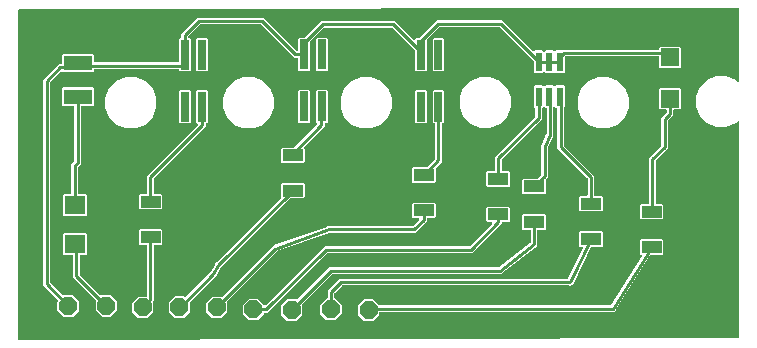
<source format=gbr>
G04 EAGLE Gerber RS-274X export*
G75*
%MOMM*%
%FSLAX34Y34*%
%LPD*%
%INTop Copper*%
%IPPOS*%
%AMOC8*
5,1,8,0,0,1.08239X$1,22.5*%
G01*
%ADD10P,1.649562X8X22.500000*%
%ADD11R,2.400000X1.250000*%
%ADD12R,1.700000X1.500000*%
%ADD13R,1.700000X1.000000*%
%ADD14R,1.500000X1.500000*%
%ADD15R,0.500000X1.600000*%
%ADD16R,0.700000X2.500000*%
%ADD17C,0.254000*%
%ADD18C,0.756400*%

G36*
X600079Y11242D02*
X600079Y11242D01*
X600098Y11245D01*
X600117Y11243D01*
X600219Y11265D01*
X600322Y11282D01*
X600339Y11291D01*
X600358Y11295D01*
X600447Y11348D01*
X600539Y11397D01*
X600552Y11411D01*
X600569Y11421D01*
X600637Y11500D01*
X600708Y11576D01*
X600716Y11593D01*
X600729Y11608D01*
X600768Y11705D01*
X600811Y11799D01*
X600814Y11818D01*
X600821Y11836D01*
X600839Y12003D01*
X600839Y194569D01*
X600828Y194639D01*
X600826Y194711D01*
X600808Y194760D01*
X600800Y194811D01*
X600766Y194875D01*
X600741Y194942D01*
X600709Y194983D01*
X600684Y195029D01*
X600632Y195078D01*
X600588Y195134D01*
X600544Y195162D01*
X600506Y195198D01*
X600441Y195228D01*
X600381Y195267D01*
X600330Y195280D01*
X600283Y195302D01*
X600212Y195310D01*
X600142Y195327D01*
X600090Y195323D01*
X600039Y195329D01*
X599968Y195314D01*
X599897Y195308D01*
X599849Y195288D01*
X599798Y195277D01*
X599737Y195240D01*
X599671Y195212D01*
X599615Y195167D01*
X599587Y195150D01*
X599572Y195133D01*
X599540Y195107D01*
X597870Y193437D01*
X589909Y190139D01*
X581291Y190139D01*
X573330Y193437D01*
X567237Y199530D01*
X563939Y207491D01*
X563939Y216109D01*
X567237Y224070D01*
X573330Y230163D01*
X581291Y233461D01*
X589909Y233461D01*
X597870Y230163D01*
X599540Y228493D01*
X599598Y228451D01*
X599650Y228402D01*
X599697Y228380D01*
X599739Y228350D01*
X599808Y228329D01*
X599873Y228298D01*
X599925Y228293D01*
X599975Y228277D01*
X600046Y228279D01*
X600117Y228271D01*
X600168Y228282D01*
X600220Y228284D01*
X600288Y228308D01*
X600358Y228323D01*
X600403Y228350D01*
X600451Y228368D01*
X600507Y228413D01*
X600569Y228450D01*
X600603Y228489D01*
X600643Y228522D01*
X600682Y228582D01*
X600729Y228637D01*
X600748Y228685D01*
X600776Y228729D01*
X600794Y228798D01*
X600821Y228865D01*
X600829Y228936D01*
X600837Y228967D01*
X600835Y228991D01*
X600839Y229031D01*
X600839Y290159D01*
X600836Y290179D01*
X600838Y290200D01*
X600816Y290300D01*
X600800Y290402D01*
X600790Y290420D01*
X600785Y290440D01*
X600732Y290529D01*
X600684Y290619D01*
X600670Y290633D01*
X600659Y290651D01*
X600581Y290718D01*
X600506Y290788D01*
X600487Y290797D01*
X600472Y290811D01*
X600376Y290849D01*
X600283Y290892D01*
X600263Y290894D01*
X600243Y290902D01*
X600077Y290920D01*
X-9079Y289858D01*
X-9098Y289855D01*
X-9117Y289857D01*
X-9219Y289835D01*
X-9322Y289818D01*
X-9339Y289809D01*
X-9358Y289805D01*
X-9447Y289752D01*
X-9539Y289703D01*
X-9552Y289689D01*
X-9569Y289679D01*
X-9637Y289600D01*
X-9708Y289524D01*
X-9716Y289507D01*
X-9729Y289492D01*
X-9768Y289395D01*
X-9811Y289301D01*
X-9814Y289282D01*
X-9821Y289264D01*
X-9839Y289097D01*
X-9839Y10941D01*
X-9836Y10921D01*
X-9838Y10900D01*
X-9816Y10800D01*
X-9800Y10698D01*
X-9790Y10680D01*
X-9785Y10660D01*
X-9732Y10571D01*
X-9684Y10481D01*
X-9670Y10467D01*
X-9659Y10449D01*
X-9581Y10382D01*
X-9506Y10312D01*
X-9487Y10303D01*
X-9472Y10289D01*
X-9376Y10251D01*
X-9283Y10208D01*
X-9263Y10206D01*
X-9243Y10198D01*
X-9077Y10180D01*
X600079Y11242D01*
G37*
%LPC*%
G36*
X28812Y29355D02*
X28812Y29355D01*
X23455Y34712D01*
X23455Y42288D01*
X23883Y42716D01*
X23895Y42732D01*
X23910Y42744D01*
X23966Y42832D01*
X24027Y42916D01*
X24033Y42935D01*
X24043Y42951D01*
X24069Y43052D01*
X24099Y43151D01*
X24099Y43171D01*
X24104Y43190D01*
X24095Y43293D01*
X24093Y43397D01*
X24086Y43415D01*
X24084Y43435D01*
X24044Y43530D01*
X24008Y43628D01*
X23996Y43643D01*
X23988Y43661D01*
X23883Y43792D01*
X13325Y54350D01*
X11465Y56210D01*
X11465Y230302D01*
X24750Y243587D01*
X26314Y243587D01*
X26334Y243590D01*
X26353Y243588D01*
X26455Y243610D01*
X26557Y243626D01*
X26574Y243636D01*
X26594Y243640D01*
X26683Y243693D01*
X26774Y243742D01*
X26788Y243756D01*
X26805Y243766D01*
X26872Y243845D01*
X26944Y243920D01*
X26952Y243938D01*
X26965Y243953D01*
X27004Y244049D01*
X27047Y244143D01*
X27049Y244163D01*
X27057Y244181D01*
X27075Y244348D01*
X27075Y251432D01*
X27968Y252325D01*
X53232Y252325D01*
X54125Y251432D01*
X54125Y245872D01*
X54128Y245852D01*
X54126Y245833D01*
X54148Y245731D01*
X54164Y245629D01*
X54174Y245612D01*
X54178Y245592D01*
X54231Y245503D01*
X54280Y245412D01*
X54294Y245398D01*
X54304Y245381D01*
X54383Y245314D01*
X54458Y245242D01*
X54476Y245234D01*
X54491Y245221D01*
X54587Y245182D01*
X54681Y245139D01*
X54701Y245137D01*
X54719Y245129D01*
X54886Y245111D01*
X125414Y245111D01*
X125434Y245114D01*
X125453Y245112D01*
X125555Y245134D01*
X125657Y245150D01*
X125674Y245160D01*
X125694Y245164D01*
X125783Y245217D01*
X125874Y245266D01*
X125888Y245280D01*
X125905Y245290D01*
X125972Y245369D01*
X126044Y245444D01*
X126052Y245462D01*
X126065Y245477D01*
X126104Y245573D01*
X126147Y245667D01*
X126149Y245687D01*
X126157Y245705D01*
X126175Y245872D01*
X126175Y264432D01*
X127068Y265325D01*
X127644Y265325D01*
X127664Y265328D01*
X127683Y265326D01*
X127785Y265348D01*
X127887Y265364D01*
X127904Y265374D01*
X127924Y265378D01*
X128013Y265431D01*
X128104Y265480D01*
X128118Y265494D01*
X128135Y265504D01*
X128202Y265583D01*
X128274Y265658D01*
X128282Y265676D01*
X128295Y265691D01*
X128334Y265787D01*
X128377Y265881D01*
X128379Y265901D01*
X128387Y265919D01*
X128405Y266086D01*
X128405Y269358D01*
X141958Y282911D01*
X197842Y282911D01*
X225935Y254818D01*
X226009Y254765D01*
X226078Y254705D01*
X226108Y254693D01*
X226134Y254674D01*
X226221Y254647D01*
X226306Y254613D01*
X226347Y254609D01*
X226369Y254602D01*
X226402Y254603D01*
X226473Y254595D01*
X226714Y254595D01*
X226734Y254598D01*
X226753Y254596D01*
X226855Y254618D01*
X226957Y254634D01*
X226974Y254644D01*
X226994Y254648D01*
X227083Y254701D01*
X227174Y254750D01*
X227188Y254764D01*
X227205Y254774D01*
X227272Y254853D01*
X227344Y254928D01*
X227352Y254946D01*
X227365Y254961D01*
X227404Y255057D01*
X227447Y255151D01*
X227449Y255171D01*
X227457Y255189D01*
X227475Y255356D01*
X227475Y264932D01*
X228368Y265825D01*
X232505Y265825D01*
X232595Y265839D01*
X232686Y265847D01*
X232716Y265859D01*
X232748Y265864D01*
X232829Y265907D01*
X232912Y265943D01*
X232945Y265969D01*
X232965Y265980D01*
X232987Y266003D01*
X233043Y266048D01*
X245178Y278183D01*
X247038Y280043D01*
X309126Y280043D01*
X324776Y264393D01*
X324834Y264351D01*
X324886Y264301D01*
X324933Y264279D01*
X324975Y264249D01*
X325044Y264228D01*
X325109Y264198D01*
X325161Y264192D01*
X325211Y264177D01*
X325282Y264179D01*
X325353Y264171D01*
X325404Y264182D01*
X325456Y264183D01*
X325524Y264208D01*
X325594Y264223D01*
X325639Y264250D01*
X325687Y264268D01*
X325743Y264312D01*
X325805Y264349D01*
X325839Y264389D01*
X325879Y264421D01*
X325918Y264482D01*
X325965Y264536D01*
X325984Y264584D01*
X326012Y264628D01*
X326026Y264682D01*
X326968Y265625D01*
X329357Y265625D01*
X329447Y265639D01*
X329538Y265647D01*
X329568Y265659D01*
X329600Y265664D01*
X329680Y265707D01*
X329764Y265743D01*
X329796Y265769D01*
X329817Y265780D01*
X329839Y265803D01*
X329895Y265848D01*
X344606Y280559D01*
X399844Y280559D01*
X426010Y254393D01*
X426026Y254381D01*
X426038Y254365D01*
X426126Y254309D01*
X426209Y254249D01*
X426228Y254243D01*
X426245Y254232D01*
X426346Y254207D01*
X426445Y254177D01*
X426464Y254177D01*
X426484Y254172D01*
X426587Y254180D01*
X426690Y254183D01*
X426709Y254190D01*
X426729Y254191D01*
X426824Y254232D01*
X426921Y254268D01*
X426937Y254280D01*
X426955Y254288D01*
X427086Y254393D01*
X427768Y255075D01*
X434032Y255075D01*
X434862Y254245D01*
X434878Y254233D01*
X434890Y254217D01*
X434978Y254161D01*
X435061Y254101D01*
X435080Y254095D01*
X435097Y254084D01*
X435198Y254059D01*
X435297Y254029D01*
X435316Y254029D01*
X435336Y254024D01*
X435439Y254032D01*
X435542Y254035D01*
X435561Y254042D01*
X435581Y254043D01*
X435676Y254084D01*
X435773Y254119D01*
X435789Y254132D01*
X435807Y254140D01*
X435938Y254245D01*
X436768Y255075D01*
X443032Y255075D01*
X443862Y254245D01*
X443878Y254233D01*
X443890Y254217D01*
X443978Y254161D01*
X444061Y254101D01*
X444080Y254095D01*
X444097Y254084D01*
X444198Y254059D01*
X444297Y254029D01*
X444316Y254029D01*
X444336Y254024D01*
X444439Y254032D01*
X444542Y254035D01*
X444561Y254042D01*
X444581Y254043D01*
X444676Y254084D01*
X444773Y254119D01*
X444789Y254132D01*
X444807Y254140D01*
X444938Y254245D01*
X445768Y255075D01*
X450451Y255075D01*
X450541Y255089D01*
X450632Y255097D01*
X450662Y255109D01*
X450694Y255114D01*
X450774Y255157D01*
X450858Y255193D01*
X450890Y255219D01*
X450911Y255230D01*
X450933Y255253D01*
X450989Y255298D01*
X451470Y255779D01*
X532314Y255779D01*
X532334Y255782D01*
X532353Y255780D01*
X532455Y255802D01*
X532557Y255818D01*
X532574Y255828D01*
X532594Y255832D01*
X532683Y255885D01*
X532774Y255934D01*
X532788Y255948D01*
X532805Y255958D01*
X532872Y256037D01*
X532944Y256112D01*
X532952Y256130D01*
X532965Y256145D01*
X533004Y256241D01*
X533047Y256335D01*
X533049Y256355D01*
X533057Y256373D01*
X533075Y256540D01*
X533075Y257332D01*
X533968Y258225D01*
X550232Y258225D01*
X551125Y257332D01*
X551125Y241068D01*
X550232Y240175D01*
X533968Y240175D01*
X533075Y241068D01*
X533075Y249428D01*
X533072Y249448D01*
X533074Y249467D01*
X533052Y249569D01*
X533036Y249671D01*
X533026Y249688D01*
X533022Y249708D01*
X532969Y249797D01*
X532920Y249888D01*
X532906Y249902D01*
X532896Y249919D01*
X532817Y249986D01*
X532742Y250058D01*
X532724Y250066D01*
X532709Y250079D01*
X532613Y250118D01*
X532519Y250161D01*
X532499Y250163D01*
X532481Y250171D01*
X532314Y250189D01*
X454101Y250189D01*
X454011Y250175D01*
X453920Y250167D01*
X453890Y250155D01*
X453858Y250150D01*
X453778Y250107D01*
X453694Y250071D01*
X453662Y250045D01*
X453641Y250034D01*
X453619Y250011D01*
X453563Y249966D01*
X453148Y249551D01*
X453095Y249477D01*
X453035Y249408D01*
X453023Y249378D01*
X453004Y249352D01*
X452977Y249265D01*
X452943Y249180D01*
X452939Y249139D01*
X452932Y249117D01*
X452933Y249084D01*
X452925Y249013D01*
X452925Y236918D01*
X452032Y236025D01*
X445768Y236025D01*
X444938Y236855D01*
X444922Y236867D01*
X444910Y236883D01*
X444822Y236939D01*
X444739Y236999D01*
X444720Y237005D01*
X444703Y237016D01*
X444602Y237041D01*
X444503Y237071D01*
X444484Y237071D01*
X444464Y237076D01*
X444361Y237068D01*
X444258Y237065D01*
X444239Y237058D01*
X444219Y237057D01*
X444124Y237016D01*
X444027Y236981D01*
X444011Y236968D01*
X443993Y236960D01*
X443862Y236855D01*
X443032Y236025D01*
X436768Y236025D01*
X435938Y236855D01*
X435922Y236867D01*
X435910Y236883D01*
X435822Y236939D01*
X435739Y236999D01*
X435720Y237005D01*
X435703Y237016D01*
X435602Y237041D01*
X435503Y237071D01*
X435484Y237071D01*
X435464Y237076D01*
X435361Y237068D01*
X435258Y237065D01*
X435239Y237058D01*
X435219Y237057D01*
X435124Y237016D01*
X435027Y236981D01*
X435011Y236968D01*
X434993Y236960D01*
X434862Y236855D01*
X434032Y236025D01*
X427768Y236025D01*
X426875Y236918D01*
X426875Y245307D01*
X426861Y245397D01*
X426853Y245488D01*
X426841Y245518D01*
X426836Y245550D01*
X426793Y245631D01*
X426757Y245714D01*
X426731Y245747D01*
X426720Y245767D01*
X426697Y245789D01*
X426652Y245845D01*
X397751Y274746D01*
X397677Y274799D01*
X397608Y274859D01*
X397578Y274871D01*
X397552Y274890D01*
X397465Y274917D01*
X397380Y274951D01*
X397339Y274955D01*
X397317Y274962D01*
X397284Y274961D01*
X397213Y274969D01*
X347237Y274969D01*
X347147Y274955D01*
X347056Y274947D01*
X347026Y274935D01*
X346994Y274930D01*
X346914Y274887D01*
X346830Y274851D01*
X346798Y274825D01*
X346777Y274814D01*
X346755Y274791D01*
X346699Y274746D01*
X336348Y264395D01*
X336295Y264321D01*
X336235Y264252D01*
X336223Y264222D01*
X336204Y264196D01*
X336177Y264109D01*
X336143Y264024D01*
X336139Y263983D01*
X336132Y263961D01*
X336133Y263928D01*
X336125Y263857D01*
X336125Y238468D01*
X335232Y237575D01*
X326968Y237575D01*
X326075Y238468D01*
X326075Y254873D01*
X326061Y254963D01*
X326053Y255054D01*
X326041Y255084D01*
X326036Y255116D01*
X325993Y255197D01*
X325957Y255280D01*
X325931Y255313D01*
X325920Y255333D01*
X325897Y255355D01*
X325852Y255411D01*
X307033Y274230D01*
X306959Y274283D01*
X306890Y274343D01*
X306860Y274355D01*
X306834Y274374D01*
X306747Y274401D01*
X306662Y274435D01*
X306621Y274439D01*
X306599Y274446D01*
X306566Y274445D01*
X306495Y274453D01*
X249669Y274453D01*
X249579Y274439D01*
X249488Y274431D01*
X249458Y274419D01*
X249426Y274414D01*
X249346Y274371D01*
X249262Y274335D01*
X249230Y274309D01*
X249209Y274298D01*
X249187Y274275D01*
X249131Y274230D01*
X237748Y262847D01*
X237695Y262773D01*
X237635Y262704D01*
X237623Y262674D01*
X237604Y262648D01*
X237577Y262561D01*
X237543Y262476D01*
X237539Y262435D01*
X237532Y262413D01*
X237533Y262380D01*
X237525Y262309D01*
X237525Y238668D01*
X236632Y237775D01*
X228368Y237775D01*
X227475Y238668D01*
X227475Y248244D01*
X227472Y248264D01*
X227474Y248283D01*
X227452Y248385D01*
X227436Y248487D01*
X227426Y248504D01*
X227422Y248524D01*
X227369Y248613D01*
X227320Y248704D01*
X227306Y248718D01*
X227296Y248735D01*
X227217Y248802D01*
X227142Y248874D01*
X227124Y248882D01*
X227109Y248895D01*
X227013Y248934D01*
X226919Y248977D01*
X226899Y248979D01*
X226881Y248987D01*
X226714Y249005D01*
X223842Y249005D01*
X195749Y277098D01*
X195675Y277151D01*
X195606Y277211D01*
X195576Y277223D01*
X195550Y277242D01*
X195463Y277269D01*
X195378Y277303D01*
X195337Y277307D01*
X195315Y277314D01*
X195282Y277313D01*
X195211Y277321D01*
X144589Y277321D01*
X144499Y277307D01*
X144408Y277299D01*
X144378Y277287D01*
X144346Y277282D01*
X144266Y277239D01*
X144182Y277203D01*
X144150Y277177D01*
X144129Y277166D01*
X144107Y277143D01*
X144051Y277098D01*
X134218Y267265D01*
X134165Y267191D01*
X134146Y267169D01*
X134126Y267149D01*
X134124Y267144D01*
X134105Y267122D01*
X134093Y267092D01*
X134074Y267066D01*
X134048Y266979D01*
X134023Y266926D01*
X134022Y266915D01*
X134013Y266894D01*
X134009Y266853D01*
X134002Y266831D01*
X134003Y266798D01*
X133995Y266727D01*
X133995Y266086D01*
X133998Y266066D01*
X133996Y266047D01*
X134018Y265945D01*
X134034Y265843D01*
X134044Y265826D01*
X134048Y265806D01*
X134101Y265717D01*
X134150Y265626D01*
X134164Y265612D01*
X134174Y265595D01*
X134253Y265528D01*
X134328Y265456D01*
X134346Y265448D01*
X134361Y265435D01*
X134457Y265396D01*
X134551Y265353D01*
X134571Y265351D01*
X134589Y265343D01*
X134756Y265325D01*
X135332Y265325D01*
X136225Y264432D01*
X136225Y238168D01*
X135332Y237275D01*
X127068Y237275D01*
X126175Y238168D01*
X126175Y238760D01*
X126172Y238780D01*
X126174Y238799D01*
X126152Y238901D01*
X126136Y239003D01*
X126126Y239020D01*
X126122Y239040D01*
X126069Y239129D01*
X126020Y239220D01*
X126006Y239234D01*
X125996Y239251D01*
X125917Y239318D01*
X125842Y239390D01*
X125824Y239398D01*
X125809Y239411D01*
X125713Y239450D01*
X125619Y239493D01*
X125599Y239495D01*
X125581Y239503D01*
X125414Y239521D01*
X54886Y239521D01*
X54866Y239518D01*
X54847Y239520D01*
X54745Y239498D01*
X54643Y239482D01*
X54626Y239472D01*
X54606Y239468D01*
X54517Y239415D01*
X54426Y239366D01*
X54412Y239352D01*
X54395Y239342D01*
X54328Y239263D01*
X54256Y239188D01*
X54248Y239170D01*
X54235Y239155D01*
X54196Y239059D01*
X54153Y238965D01*
X54151Y238945D01*
X54143Y238927D01*
X54125Y238760D01*
X54125Y237668D01*
X53232Y236775D01*
X27968Y236775D01*
X27444Y237299D01*
X27428Y237311D01*
X27416Y237327D01*
X27328Y237383D01*
X27245Y237443D01*
X27226Y237449D01*
X27209Y237460D01*
X27108Y237485D01*
X27010Y237515D01*
X26990Y237515D01*
X26970Y237520D01*
X26867Y237512D01*
X26764Y237509D01*
X26745Y237502D01*
X26725Y237501D01*
X26630Y237460D01*
X26533Y237424D01*
X26517Y237412D01*
X26499Y237404D01*
X26368Y237299D01*
X17278Y228209D01*
X17225Y228135D01*
X17165Y228066D01*
X17153Y228036D01*
X17134Y228010D01*
X17107Y227923D01*
X17073Y227838D01*
X17069Y227797D01*
X17062Y227775D01*
X17063Y227742D01*
X17055Y227671D01*
X17055Y58841D01*
X17069Y58751D01*
X17077Y58660D01*
X17089Y58630D01*
X17094Y58598D01*
X17137Y58518D01*
X17173Y58434D01*
X17199Y58402D01*
X17210Y58381D01*
X17233Y58359D01*
X17278Y58303D01*
X27836Y47745D01*
X27852Y47733D01*
X27864Y47717D01*
X27951Y47661D01*
X28035Y47601D01*
X28054Y47595D01*
X28071Y47585D01*
X28172Y47559D01*
X28270Y47529D01*
X28290Y47529D01*
X28310Y47524D01*
X28413Y47533D01*
X28516Y47535D01*
X28535Y47542D01*
X28555Y47544D01*
X28650Y47584D01*
X28747Y47620D01*
X28763Y47632D01*
X28781Y47640D01*
X28787Y47645D01*
X36388Y47645D01*
X41745Y42288D01*
X41745Y34712D01*
X36388Y29355D01*
X28812Y29355D01*
G37*
%LPD*%
%LPC*%
G36*
X466068Y118875D02*
X466068Y118875D01*
X465175Y119768D01*
X465175Y131032D01*
X466068Y131925D01*
X471644Y131925D01*
X471664Y131928D01*
X471683Y131926D01*
X471785Y131948D01*
X471887Y131964D01*
X471904Y131974D01*
X471924Y131978D01*
X472013Y132031D01*
X472104Y132080D01*
X472118Y132094D01*
X472135Y132104D01*
X472202Y132183D01*
X472274Y132258D01*
X472282Y132276D01*
X472295Y132291D01*
X472334Y132387D01*
X472377Y132481D01*
X472379Y132501D01*
X472387Y132519D01*
X472405Y132686D01*
X472405Y146527D01*
X472391Y146617D01*
X472383Y146708D01*
X472371Y146738D01*
X472366Y146770D01*
X472323Y146850D01*
X472287Y146934D01*
X472261Y146966D01*
X472250Y146987D01*
X472227Y147009D01*
X472182Y147065D01*
X446785Y172462D01*
X446785Y205764D01*
X446782Y205784D01*
X446784Y205803D01*
X446762Y205905D01*
X446746Y206007D01*
X446736Y206024D01*
X446732Y206044D01*
X446679Y206133D01*
X446630Y206224D01*
X446616Y206238D01*
X446606Y206255D01*
X446527Y206322D01*
X446452Y206394D01*
X446434Y206402D01*
X446419Y206415D01*
X446323Y206454D01*
X446229Y206497D01*
X446209Y206499D01*
X446191Y206507D01*
X446024Y206525D01*
X445768Y206525D01*
X444938Y207355D01*
X444922Y207367D01*
X444910Y207383D01*
X444822Y207439D01*
X444739Y207499D01*
X444720Y207505D01*
X444703Y207516D01*
X444602Y207541D01*
X444503Y207571D01*
X444484Y207571D01*
X444464Y207576D01*
X444361Y207568D01*
X444258Y207565D01*
X444239Y207558D01*
X444219Y207557D01*
X444124Y207516D01*
X444027Y207481D01*
X444011Y207468D01*
X443993Y207460D01*
X443862Y207355D01*
X443454Y206947D01*
X443401Y206873D01*
X443341Y206804D01*
X443329Y206774D01*
X443310Y206748D01*
X443283Y206661D01*
X443249Y206576D01*
X443245Y206535D01*
X443238Y206513D01*
X443239Y206480D01*
X443231Y206409D01*
X443231Y184318D01*
X443240Y184264D01*
X443239Y184209D01*
X443266Y184105D01*
X443270Y184076D01*
X443276Y184065D01*
X443281Y184047D01*
X443460Y183578D01*
X443297Y183214D01*
X443278Y183141D01*
X443249Y183070D01*
X443242Y183006D01*
X443234Y182977D01*
X443236Y182951D01*
X443231Y182903D01*
X443231Y182505D01*
X442876Y182150D01*
X442844Y182106D01*
X442804Y182067D01*
X442750Y181975D01*
X442732Y181950D01*
X442729Y181939D01*
X442719Y181923D01*
X438961Y173528D01*
X438942Y173454D01*
X438913Y173383D01*
X438906Y173320D01*
X438898Y173290D01*
X438900Y173264D01*
X438895Y173217D01*
X438895Y147942D01*
X437148Y146195D01*
X437102Y146132D01*
X437082Y146110D01*
X437078Y146102D01*
X437035Y146052D01*
X437023Y146022D01*
X437004Y145996D01*
X436977Y145909D01*
X436943Y145824D01*
X436939Y145783D01*
X436932Y145761D01*
X436933Y145728D01*
X436925Y145657D01*
X436925Y134268D01*
X436032Y133375D01*
X417768Y133375D01*
X416875Y134268D01*
X416875Y145532D01*
X417768Y146425D01*
X429157Y146425D01*
X429247Y146439D01*
X429338Y146447D01*
X429368Y146459D01*
X429400Y146464D01*
X429480Y146507D01*
X429564Y146543D01*
X429597Y146569D01*
X429617Y146580D01*
X429634Y146597D01*
X429636Y146598D01*
X429643Y146606D01*
X429695Y146648D01*
X433082Y150035D01*
X433135Y150109D01*
X433195Y150178D01*
X433207Y150208D01*
X433226Y150234D01*
X433253Y150322D01*
X433287Y150406D01*
X433291Y150447D01*
X433298Y150469D01*
X433297Y150502D01*
X433305Y150573D01*
X433305Y173321D01*
X433296Y173375D01*
X433297Y173430D01*
X433270Y173534D01*
X433266Y173563D01*
X433260Y173574D01*
X433255Y173592D01*
X433076Y174061D01*
X433239Y174425D01*
X433258Y174498D01*
X433287Y174569D01*
X433294Y174633D01*
X433302Y174662D01*
X433300Y174688D01*
X433305Y174736D01*
X433305Y175134D01*
X433660Y175489D01*
X433692Y175533D01*
X433732Y175571D01*
X433786Y175664D01*
X433804Y175689D01*
X433807Y175700D01*
X433817Y175716D01*
X437575Y184111D01*
X437594Y184185D01*
X437623Y184256D01*
X437630Y184319D01*
X437638Y184349D01*
X437636Y184375D01*
X437641Y184422D01*
X437641Y205764D01*
X437638Y205784D01*
X437640Y205803D01*
X437618Y205905D01*
X437602Y206007D01*
X437592Y206024D01*
X437588Y206044D01*
X437535Y206133D01*
X437486Y206224D01*
X437472Y206238D01*
X437462Y206255D01*
X437383Y206322D01*
X437308Y206394D01*
X437290Y206402D01*
X437275Y206415D01*
X437179Y206454D01*
X437085Y206497D01*
X437065Y206499D01*
X437047Y206507D01*
X436880Y206525D01*
X436768Y206525D01*
X435938Y207355D01*
X435922Y207367D01*
X435910Y207383D01*
X435822Y207439D01*
X435739Y207499D01*
X435720Y207505D01*
X435703Y207516D01*
X435602Y207541D01*
X435503Y207571D01*
X435484Y207571D01*
X435464Y207576D01*
X435361Y207568D01*
X435258Y207565D01*
X435239Y207558D01*
X435219Y207557D01*
X435124Y207516D01*
X435027Y207481D01*
X435011Y207468D01*
X434993Y207460D01*
X434862Y207355D01*
X433918Y206411D01*
X433865Y206337D01*
X433805Y206268D01*
X433793Y206238D01*
X433774Y206212D01*
X433747Y206125D01*
X433713Y206040D01*
X433709Y205999D01*
X433702Y205977D01*
X433703Y205944D01*
X433695Y205873D01*
X433695Y196792D01*
X399818Y162915D01*
X399765Y162841D01*
X399705Y162772D01*
X399693Y162742D01*
X399674Y162716D01*
X399647Y162629D01*
X399613Y162544D01*
X399609Y162503D01*
X399602Y162481D01*
X399603Y162448D01*
X399595Y162377D01*
X399595Y153486D01*
X399598Y153466D01*
X399596Y153447D01*
X399618Y153345D01*
X399634Y153243D01*
X399644Y153226D01*
X399648Y153206D01*
X399701Y153117D01*
X399750Y153026D01*
X399764Y153012D01*
X399774Y152995D01*
X399853Y152928D01*
X399928Y152856D01*
X399946Y152848D01*
X399961Y152835D01*
X400057Y152796D01*
X400151Y152753D01*
X400171Y152751D01*
X400189Y152743D01*
X400356Y152725D01*
X405932Y152725D01*
X406825Y151832D01*
X406825Y140568D01*
X405932Y139675D01*
X387668Y139675D01*
X386775Y140568D01*
X386775Y151832D01*
X387668Y152725D01*
X393244Y152725D01*
X393264Y152728D01*
X393283Y152726D01*
X393385Y152748D01*
X393487Y152764D01*
X393504Y152774D01*
X393524Y152778D01*
X393613Y152831D01*
X393704Y152880D01*
X393718Y152894D01*
X393735Y152904D01*
X393802Y152983D01*
X393874Y153058D01*
X393882Y153076D01*
X393895Y153091D01*
X393934Y153187D01*
X393977Y153281D01*
X393979Y153301D01*
X393987Y153319D01*
X394005Y153486D01*
X394005Y165008D01*
X427882Y198885D01*
X427935Y198959D01*
X427995Y199028D01*
X428007Y199058D01*
X428026Y199084D01*
X428053Y199171D01*
X428087Y199256D01*
X428091Y199297D01*
X428098Y199319D01*
X428097Y199352D01*
X428105Y199423D01*
X428105Y205873D01*
X428091Y205963D01*
X428083Y206054D01*
X428071Y206084D01*
X428066Y206116D01*
X428023Y206197D01*
X427987Y206280D01*
X427961Y206313D01*
X427950Y206333D01*
X427927Y206355D01*
X427882Y206411D01*
X426875Y207418D01*
X426875Y224682D01*
X427768Y225575D01*
X434032Y225575D01*
X434862Y224745D01*
X434878Y224733D01*
X434890Y224717D01*
X434978Y224661D01*
X435061Y224601D01*
X435080Y224595D01*
X435097Y224584D01*
X435198Y224559D01*
X435297Y224529D01*
X435316Y224529D01*
X435336Y224524D01*
X435439Y224532D01*
X435542Y224535D01*
X435561Y224542D01*
X435581Y224543D01*
X435676Y224584D01*
X435773Y224619D01*
X435789Y224632D01*
X435807Y224640D01*
X435938Y224745D01*
X436768Y225575D01*
X443032Y225575D01*
X443862Y224745D01*
X443878Y224733D01*
X443890Y224717D01*
X443978Y224661D01*
X444061Y224601D01*
X444080Y224595D01*
X444097Y224584D01*
X444198Y224559D01*
X444297Y224529D01*
X444316Y224529D01*
X444336Y224524D01*
X444439Y224532D01*
X444542Y224535D01*
X444561Y224542D01*
X444581Y224543D01*
X444676Y224584D01*
X444773Y224619D01*
X444789Y224632D01*
X444807Y224640D01*
X444938Y224745D01*
X445768Y225575D01*
X452032Y225575D01*
X452925Y224682D01*
X452925Y207418D01*
X452598Y207091D01*
X452551Y207027D01*
X452536Y207010D01*
X452532Y207003D01*
X452485Y206948D01*
X452473Y206918D01*
X452454Y206892D01*
X452427Y206805D01*
X452393Y206720D01*
X452389Y206679D01*
X452382Y206657D01*
X452383Y206624D01*
X452375Y206553D01*
X452375Y175093D01*
X452389Y175003D01*
X452397Y174912D01*
X452409Y174882D01*
X452414Y174850D01*
X452457Y174770D01*
X452493Y174686D01*
X452519Y174654D01*
X452530Y174633D01*
X452553Y174611D01*
X452598Y174555D01*
X477995Y149158D01*
X477995Y132686D01*
X477998Y132666D01*
X477996Y132647D01*
X478018Y132545D01*
X478034Y132443D01*
X478044Y132426D01*
X478048Y132406D01*
X478101Y132317D01*
X478150Y132226D01*
X478164Y132212D01*
X478174Y132195D01*
X478253Y132128D01*
X478328Y132056D01*
X478346Y132048D01*
X478361Y132035D01*
X478457Y131996D01*
X478551Y131953D01*
X478571Y131951D01*
X478589Y131943D01*
X478756Y131925D01*
X484332Y131925D01*
X485225Y131032D01*
X485225Y119768D01*
X484332Y118875D01*
X466068Y118875D01*
G37*
%LPD*%
%LPC*%
G36*
X283112Y25955D02*
X283112Y25955D01*
X277755Y31312D01*
X277755Y38888D01*
X283112Y44245D01*
X290688Y44245D01*
X295339Y39594D01*
X295413Y39541D01*
X295482Y39481D01*
X295512Y39469D01*
X295539Y39450D01*
X295626Y39423D01*
X295710Y39389D01*
X295751Y39385D01*
X295774Y39378D01*
X295806Y39379D01*
X295877Y39371D01*
X491713Y39371D01*
X491765Y39379D01*
X491817Y39378D01*
X491885Y39399D01*
X491956Y39410D01*
X492002Y39435D01*
X492052Y39450D01*
X492110Y39492D01*
X492173Y39526D01*
X492209Y39564D01*
X492252Y39594D01*
X492323Y39684D01*
X492343Y39704D01*
X492347Y39713D01*
X492357Y39725D01*
X518330Y80807D01*
X518373Y80909D01*
X518420Y81009D01*
X518421Y81022D01*
X518426Y81034D01*
X518435Y81144D01*
X518447Y81253D01*
X518444Y81266D01*
X518445Y81279D01*
X518418Y81386D01*
X518394Y81494D01*
X518388Y81505D01*
X518385Y81517D01*
X518325Y81610D01*
X518268Y81705D01*
X518259Y81713D01*
X518252Y81724D01*
X518165Y81793D01*
X518081Y81865D01*
X518069Y81870D01*
X518059Y81878D01*
X517956Y81915D01*
X517853Y81957D01*
X517838Y81959D01*
X517828Y81962D01*
X517800Y81963D01*
X517687Y81975D01*
X517368Y81975D01*
X516475Y82868D01*
X516475Y94132D01*
X517368Y95025D01*
X535632Y95025D01*
X536525Y94132D01*
X536525Y82868D01*
X535632Y81975D01*
X526101Y81975D01*
X526049Y81967D01*
X525997Y81968D01*
X525928Y81947D01*
X525858Y81936D01*
X525812Y81911D01*
X525762Y81896D01*
X525703Y81854D01*
X525640Y81820D01*
X525604Y81782D01*
X525562Y81752D01*
X525490Y81662D01*
X525471Y81642D01*
X525467Y81633D01*
X525457Y81621D01*
X496585Y35953D01*
X496582Y35946D01*
X496577Y35941D01*
X496534Y35833D01*
X496488Y35727D01*
X496488Y35720D01*
X496485Y35713D01*
X496467Y35546D01*
X496467Y35418D01*
X495928Y34880D01*
X495928Y34879D01*
X495927Y34879D01*
X495823Y34748D01*
X495416Y34104D01*
X495291Y34076D01*
X495284Y34073D01*
X495277Y34073D01*
X495171Y34027D01*
X495063Y33984D01*
X495058Y33979D01*
X495051Y33976D01*
X494920Y33872D01*
X494830Y33781D01*
X494068Y33781D01*
X494067Y33781D01*
X493900Y33763D01*
X493157Y33595D01*
X493049Y33663D01*
X493045Y33665D01*
X493041Y33668D01*
X493039Y33669D01*
X493037Y33671D01*
X492929Y33714D01*
X492823Y33760D01*
X492816Y33760D01*
X492809Y33763D01*
X492642Y33781D01*
X296806Y33781D01*
X296786Y33778D01*
X296767Y33780D01*
X296665Y33758D01*
X296563Y33742D01*
X296546Y33732D01*
X296526Y33728D01*
X296437Y33675D01*
X296346Y33626D01*
X296332Y33612D01*
X296315Y33602D01*
X296248Y33523D01*
X296176Y33448D01*
X296168Y33430D01*
X296155Y33415D01*
X296116Y33319D01*
X296073Y33225D01*
X296071Y33205D01*
X296063Y33187D01*
X296045Y33020D01*
X296045Y31312D01*
X290688Y25955D01*
X283112Y25955D01*
G37*
%LPD*%
%LPC*%
G36*
X251312Y26755D02*
X251312Y26755D01*
X245955Y32112D01*
X245955Y39688D01*
X251312Y45045D01*
X251544Y45045D01*
X251564Y45048D01*
X251583Y45046D01*
X251685Y45068D01*
X251787Y45084D01*
X251804Y45094D01*
X251824Y45098D01*
X251913Y45151D01*
X252004Y45200D01*
X252018Y45214D01*
X252035Y45224D01*
X252102Y45303D01*
X252174Y45378D01*
X252182Y45396D01*
X252195Y45411D01*
X252234Y45507D01*
X252277Y45601D01*
X252279Y45621D01*
X252287Y45639D01*
X252305Y45806D01*
X252305Y51886D01*
X262122Y61703D01*
X455450Y61703D01*
X455545Y61718D01*
X455641Y61727D01*
X455666Y61738D01*
X455693Y61742D01*
X455778Y61788D01*
X455866Y61826D01*
X455886Y61845D01*
X455910Y61858D01*
X455977Y61927D01*
X456048Y61992D01*
X456066Y62021D01*
X456080Y62036D01*
X456094Y62066D01*
X456137Y62135D01*
X468446Y87785D01*
X468464Y87849D01*
X468492Y87909D01*
X468499Y87966D01*
X468515Y88021D01*
X468512Y88087D01*
X468520Y88153D01*
X468507Y88209D01*
X468505Y88266D01*
X468481Y88329D01*
X468467Y88394D01*
X468438Y88443D01*
X468418Y88496D01*
X468375Y88548D01*
X468341Y88605D01*
X468298Y88642D01*
X468261Y88686D01*
X468205Y88721D01*
X468154Y88765D01*
X468101Y88786D01*
X468053Y88816D01*
X467988Y88832D01*
X467926Y88857D01*
X467846Y88866D01*
X467813Y88873D01*
X467793Y88872D01*
X467759Y88875D01*
X466068Y88875D01*
X465175Y89768D01*
X465175Y101032D01*
X466068Y101925D01*
X484332Y101925D01*
X485225Y101032D01*
X485225Y89768D01*
X484332Y88875D01*
X475648Y88875D01*
X475553Y88860D01*
X475457Y88851D01*
X475432Y88840D01*
X475405Y88836D01*
X475320Y88790D01*
X475232Y88752D01*
X475212Y88733D01*
X475188Y88720D01*
X475121Y88651D01*
X475050Y88586D01*
X475032Y88557D01*
X475018Y88542D01*
X475004Y88512D01*
X474961Y88443D01*
X460558Y58428D01*
X460538Y58361D01*
X460530Y58344D01*
X460529Y58334D01*
X460501Y58266D01*
X460496Y58217D01*
X460488Y58192D01*
X460490Y58162D01*
X460483Y58099D01*
X460483Y57750D01*
X460093Y57361D01*
X460067Y57324D01*
X460034Y57294D01*
X459959Y57174D01*
X459950Y57161D01*
X459948Y57157D01*
X459945Y57152D01*
X459707Y56655D01*
X459378Y56540D01*
X459302Y56498D01*
X459223Y56465D01*
X459185Y56434D01*
X459162Y56422D01*
X459141Y56399D01*
X459092Y56360D01*
X458846Y56113D01*
X458295Y56113D01*
X458250Y56106D01*
X458206Y56108D01*
X458068Y56076D01*
X458052Y56074D01*
X458048Y56072D01*
X458042Y56070D01*
X457523Y55888D01*
X457208Y56038D01*
X457126Y56063D01*
X457046Y56095D01*
X456997Y56100D01*
X456972Y56108D01*
X456942Y56106D01*
X456879Y56113D01*
X264753Y56113D01*
X264663Y56099D01*
X264572Y56091D01*
X264542Y56079D01*
X264510Y56074D01*
X264430Y56031D01*
X264346Y55995D01*
X264314Y55969D01*
X264293Y55958D01*
X264271Y55935D01*
X264215Y55890D01*
X258118Y49793D01*
X258065Y49719D01*
X258005Y49650D01*
X257993Y49620D01*
X257974Y49594D01*
X257947Y49507D01*
X257913Y49422D01*
X257909Y49381D01*
X257902Y49359D01*
X257903Y49326D01*
X257895Y49255D01*
X257895Y45806D01*
X257898Y45786D01*
X257896Y45767D01*
X257918Y45665D01*
X257934Y45563D01*
X257944Y45546D01*
X257948Y45526D01*
X258001Y45437D01*
X258050Y45346D01*
X258064Y45332D01*
X258074Y45315D01*
X258153Y45248D01*
X258228Y45176D01*
X258246Y45168D01*
X258261Y45155D01*
X258357Y45116D01*
X258451Y45073D01*
X258471Y45071D01*
X258489Y45063D01*
X258656Y45045D01*
X258888Y45045D01*
X264245Y39688D01*
X264245Y32112D01*
X258888Y26755D01*
X251312Y26755D01*
G37*
%LPD*%
%LPC*%
G36*
X217912Y26155D02*
X217912Y26155D01*
X212555Y31512D01*
X212555Y39088D01*
X217912Y44445D01*
X225488Y44445D01*
X225616Y44317D01*
X225632Y44305D01*
X225644Y44290D01*
X225732Y44233D01*
X225816Y44173D01*
X225835Y44167D01*
X225851Y44157D01*
X225952Y44131D01*
X226051Y44101D01*
X226071Y44101D01*
X226090Y44096D01*
X226193Y44105D01*
X226296Y44107D01*
X226315Y44114D01*
X226335Y44116D01*
X226430Y44156D01*
X226528Y44192D01*
X226543Y44204D01*
X226561Y44212D01*
X226692Y44317D01*
X253926Y71551D01*
X397007Y71551D01*
X397050Y71558D01*
X397094Y71556D01*
X397171Y71578D01*
X397250Y71590D01*
X397288Y71611D01*
X397330Y71623D01*
X397456Y71700D01*
X397467Y71706D01*
X397469Y71708D01*
X397474Y71710D01*
X423810Y92121D01*
X423821Y92133D01*
X423835Y92141D01*
X423905Y92223D01*
X423978Y92301D01*
X423984Y92316D01*
X423995Y92328D01*
X424035Y92428D01*
X424079Y92526D01*
X424081Y92541D01*
X424087Y92556D01*
X424105Y92723D01*
X424105Y102614D01*
X424102Y102634D01*
X424104Y102653D01*
X424082Y102755D01*
X424066Y102857D01*
X424056Y102874D01*
X424052Y102894D01*
X423999Y102983D01*
X423950Y103074D01*
X423936Y103088D01*
X423926Y103105D01*
X423847Y103172D01*
X423772Y103244D01*
X423754Y103252D01*
X423739Y103265D01*
X423643Y103304D01*
X423549Y103347D01*
X423529Y103349D01*
X423511Y103357D01*
X423344Y103375D01*
X417768Y103375D01*
X416875Y104268D01*
X416875Y115532D01*
X417768Y116425D01*
X436032Y116425D01*
X436925Y115532D01*
X436925Y104268D01*
X436032Y103375D01*
X430456Y103375D01*
X430436Y103372D01*
X430417Y103374D01*
X430315Y103352D01*
X430213Y103336D01*
X430196Y103326D01*
X430176Y103322D01*
X430087Y103269D01*
X429996Y103220D01*
X429982Y103206D01*
X429965Y103196D01*
X429898Y103117D01*
X429826Y103042D01*
X429818Y103024D01*
X429805Y103009D01*
X429766Y102913D01*
X429723Y102819D01*
X429721Y102799D01*
X429713Y102781D01*
X429695Y102614D01*
X429695Y92197D01*
X429702Y92154D01*
X429700Y92110D01*
X429722Y92033D01*
X429734Y91954D01*
X429755Y91915D01*
X429767Y91873D01*
X429819Y91787D01*
X429701Y90851D01*
X429702Y90820D01*
X429695Y90756D01*
X429695Y89814D01*
X429679Y89799D01*
X429640Y89730D01*
X429593Y89664D01*
X429580Y89623D01*
X429559Y89585D01*
X429535Y89487D01*
X428790Y88909D01*
X428768Y88886D01*
X428718Y88845D01*
X428052Y88179D01*
X428030Y88180D01*
X427953Y88158D01*
X427874Y88146D01*
X427835Y88125D01*
X427793Y88113D01*
X427668Y88036D01*
X427656Y88030D01*
X427654Y88028D01*
X427650Y88026D01*
X400113Y66685D01*
X400092Y66662D01*
X400041Y66621D01*
X399375Y65955D01*
X399354Y65956D01*
X399277Y65934D01*
X399198Y65922D01*
X399159Y65901D01*
X399117Y65889D01*
X399031Y65837D01*
X398095Y65955D01*
X398064Y65954D01*
X397999Y65961D01*
X256557Y65961D01*
X256467Y65947D01*
X256376Y65939D01*
X256346Y65927D01*
X256314Y65922D01*
X256234Y65879D01*
X256150Y65843D01*
X256118Y65817D01*
X256097Y65806D01*
X256075Y65783D01*
X256019Y65738D01*
X230645Y40364D01*
X230633Y40348D01*
X230618Y40336D01*
X230561Y40248D01*
X230501Y40165D01*
X230495Y40146D01*
X230485Y40129D01*
X230459Y40028D01*
X230429Y39930D01*
X230429Y39910D01*
X230424Y39890D01*
X230433Y39787D01*
X230435Y39684D01*
X230442Y39665D01*
X230444Y39645D01*
X230484Y39550D01*
X230520Y39453D01*
X230532Y39437D01*
X230540Y39419D01*
X230645Y39288D01*
X230845Y39088D01*
X230845Y31512D01*
X225488Y26155D01*
X217912Y26155D01*
G37*
%LPD*%
%LPC*%
G36*
X185612Y26755D02*
X185612Y26755D01*
X180255Y32112D01*
X180255Y39688D01*
X185612Y45045D01*
X193188Y45045D01*
X198558Y39675D01*
X198558Y39668D01*
X198576Y39619D01*
X198584Y39568D01*
X198618Y39505D01*
X198643Y39437D01*
X198675Y39397D01*
X198700Y39351D01*
X198752Y39301D01*
X198796Y39245D01*
X198840Y39217D01*
X198878Y39181D01*
X198943Y39151D01*
X199003Y39112D01*
X199054Y39100D01*
X199101Y39078D01*
X199172Y39070D01*
X199242Y39052D01*
X199294Y39056D01*
X199345Y39051D01*
X199416Y39066D01*
X199487Y39071D01*
X199535Y39092D01*
X199586Y39103D01*
X199647Y39140D01*
X199713Y39168D01*
X199769Y39213D01*
X199797Y39229D01*
X199812Y39247D01*
X199844Y39273D01*
X249715Y89144D01*
X371876Y89144D01*
X371966Y89159D01*
X372057Y89166D01*
X372087Y89178D01*
X372119Y89184D01*
X372200Y89226D01*
X372283Y89262D01*
X372316Y89288D01*
X372336Y89299D01*
X372358Y89322D01*
X372414Y89367D01*
X391423Y108376D01*
X391465Y108434D01*
X391515Y108486D01*
X391537Y108533D01*
X391567Y108575D01*
X391588Y108644D01*
X391618Y108709D01*
X391624Y108761D01*
X391639Y108811D01*
X391637Y108882D01*
X391645Y108953D01*
X391634Y109004D01*
X391633Y109056D01*
X391608Y109124D01*
X391593Y109194D01*
X391566Y109239D01*
X391548Y109287D01*
X391504Y109343D01*
X391467Y109405D01*
X391427Y109439D01*
X391395Y109479D01*
X391334Y109518D01*
X391280Y109565D01*
X391232Y109584D01*
X391188Y109612D01*
X391118Y109630D01*
X391052Y109657D01*
X390980Y109665D01*
X390949Y109673D01*
X390926Y109671D01*
X390885Y109675D01*
X387668Y109675D01*
X386775Y110568D01*
X386775Y121832D01*
X387668Y122725D01*
X405932Y122725D01*
X406825Y121832D01*
X406825Y110568D01*
X405932Y109675D01*
X400356Y109675D01*
X400336Y109672D01*
X400317Y109674D01*
X400215Y109652D01*
X400113Y109636D01*
X400096Y109626D01*
X400076Y109622D01*
X399987Y109569D01*
X399896Y109520D01*
X399882Y109506D01*
X399865Y109496D01*
X399798Y109417D01*
X399726Y109342D01*
X399718Y109324D01*
X399705Y109309D01*
X399666Y109213D01*
X399623Y109119D01*
X399621Y109099D01*
X399613Y109081D01*
X399595Y108914D01*
X399595Y108642D01*
X374507Y83554D01*
X252346Y83554D01*
X252256Y83540D01*
X252165Y83532D01*
X252135Y83520D01*
X252103Y83515D01*
X252023Y83472D01*
X251939Y83436D01*
X251907Y83410D01*
X251886Y83400D01*
X251864Y83376D01*
X251808Y83331D01*
X201582Y33105D01*
X199306Y33105D01*
X199286Y33102D01*
X199267Y33104D01*
X199165Y33082D01*
X199063Y33066D01*
X199046Y33056D01*
X199026Y33052D01*
X198937Y32999D01*
X198846Y32950D01*
X198832Y32936D01*
X198815Y32926D01*
X198748Y32847D01*
X198676Y32772D01*
X198668Y32754D01*
X198655Y32739D01*
X198616Y32643D01*
X198573Y32549D01*
X198571Y32529D01*
X198563Y32511D01*
X198545Y32344D01*
X198545Y32112D01*
X193188Y26755D01*
X185612Y26755D01*
G37*
%LPD*%
%LPC*%
G36*
X154412Y28455D02*
X154412Y28455D01*
X149055Y33812D01*
X149055Y41388D01*
X154412Y46745D01*
X161988Y46745D01*
X162050Y46683D01*
X162066Y46671D01*
X162078Y46656D01*
X162166Y46600D01*
X162250Y46539D01*
X162269Y46533D01*
X162285Y46523D01*
X162386Y46497D01*
X162485Y46467D01*
X162505Y46467D01*
X162524Y46462D01*
X162627Y46471D01*
X162730Y46473D01*
X162749Y46480D01*
X162769Y46482D01*
X162864Y46522D01*
X162962Y46558D01*
X162977Y46570D01*
X162995Y46578D01*
X163126Y46683D01*
X205241Y88798D01*
X205269Y88836D01*
X205304Y88868D01*
X205332Y88914D01*
X205339Y88922D01*
X205347Y88939D01*
X205373Y88980D01*
X205385Y88997D01*
X205387Y89003D01*
X205391Y89011D01*
X205622Y89499D01*
X205961Y89620D01*
X206034Y89661D01*
X206111Y89694D01*
X206152Y89726D01*
X206176Y89740D01*
X206196Y89761D01*
X206242Y89799D01*
X206497Y90054D01*
X207036Y90054D01*
X207083Y90061D01*
X207130Y90059D01*
X207258Y90090D01*
X207279Y90093D01*
X207284Y90096D01*
X207293Y90098D01*
X251518Y105962D01*
X251592Y106002D01*
X251669Y106035D01*
X251709Y106067D01*
X251733Y106081D01*
X251753Y106103D01*
X251800Y106140D01*
X252054Y106395D01*
X252594Y106395D01*
X252640Y106402D01*
X252687Y106401D01*
X252816Y106431D01*
X252836Y106434D01*
X252842Y106437D01*
X252851Y106439D01*
X253358Y106621D01*
X253684Y106468D01*
X253765Y106445D01*
X253842Y106413D01*
X253894Y106407D01*
X253921Y106400D01*
X253950Y106401D01*
X254009Y106395D01*
X324127Y106395D01*
X324217Y106409D01*
X324308Y106417D01*
X324338Y106429D01*
X324370Y106434D01*
X324450Y106477D01*
X324534Y106513D01*
X324566Y106539D01*
X324587Y106550D01*
X324609Y106573D01*
X324665Y106618D01*
X329823Y111776D01*
X329865Y111834D01*
X329915Y111886D01*
X329937Y111933D01*
X329967Y111975D01*
X329988Y112044D01*
X330018Y112109D01*
X330024Y112161D01*
X330039Y112211D01*
X330037Y112282D01*
X330045Y112353D01*
X330034Y112404D01*
X330033Y112456D01*
X330008Y112524D01*
X329993Y112594D01*
X329966Y112639D01*
X329948Y112687D01*
X329904Y112743D01*
X329867Y112805D01*
X329827Y112839D01*
X329795Y112879D01*
X329734Y112918D01*
X329680Y112965D01*
X329632Y112984D01*
X329588Y113012D01*
X329518Y113030D01*
X329452Y113057D01*
X329380Y113065D01*
X329349Y113073D01*
X329326Y113071D01*
X329285Y113075D01*
X324468Y113075D01*
X323575Y113968D01*
X323575Y125232D01*
X324468Y126125D01*
X342732Y126125D01*
X343625Y125232D01*
X343625Y113968D01*
X342732Y113075D01*
X337156Y113075D01*
X337136Y113072D01*
X337117Y113074D01*
X337015Y113052D01*
X336913Y113036D01*
X336896Y113026D01*
X336876Y113022D01*
X336787Y112969D01*
X336696Y112920D01*
X336682Y112906D01*
X336665Y112896D01*
X336598Y112817D01*
X336526Y112742D01*
X336518Y112724D01*
X336505Y112709D01*
X336466Y112613D01*
X336423Y112519D01*
X336421Y112499D01*
X336413Y112481D01*
X336395Y112314D01*
X336395Y110442D01*
X326758Y100805D01*
X253831Y100805D01*
X253784Y100798D01*
X253737Y100799D01*
X253608Y100769D01*
X253588Y100766D01*
X253583Y100763D01*
X253574Y100761D01*
X209349Y84897D01*
X209275Y84856D01*
X209198Y84824D01*
X209158Y84791D01*
X209134Y84778D01*
X209113Y84756D01*
X209067Y84719D01*
X167079Y42730D01*
X167067Y42714D01*
X167052Y42702D01*
X166996Y42615D01*
X166935Y42531D01*
X166929Y42512D01*
X166919Y42495D01*
X166893Y42394D01*
X166863Y42296D01*
X166863Y42276D01*
X166858Y42256D01*
X166867Y42153D01*
X166869Y42050D01*
X166876Y42031D01*
X166878Y42011D01*
X166918Y41916D01*
X166954Y41819D01*
X166966Y41803D01*
X166974Y41785D01*
X167079Y41654D01*
X167345Y41388D01*
X167345Y33812D01*
X161988Y28455D01*
X154412Y28455D01*
G37*
%LPD*%
%LPC*%
G36*
X481191Y189039D02*
X481191Y189039D01*
X473230Y192337D01*
X467137Y198430D01*
X463839Y206391D01*
X463839Y215009D01*
X467137Y222970D01*
X473230Y229063D01*
X481191Y232361D01*
X489809Y232361D01*
X497770Y229063D01*
X503863Y222970D01*
X507161Y215009D01*
X507161Y206391D01*
X503863Y198430D01*
X497770Y192337D01*
X489809Y189039D01*
X481191Y189039D01*
G37*
%LPD*%
%LPC*%
G36*
X280591Y189039D02*
X280591Y189039D01*
X272630Y192337D01*
X266537Y198430D01*
X263239Y206391D01*
X263239Y215009D01*
X266537Y222970D01*
X272630Y229063D01*
X280591Y232361D01*
X289209Y232361D01*
X297170Y229063D01*
X303263Y222970D01*
X306561Y215009D01*
X306561Y206391D01*
X303263Y198430D01*
X297170Y192337D01*
X289209Y189039D01*
X280591Y189039D01*
G37*
%LPD*%
%LPC*%
G36*
X180991Y189039D02*
X180991Y189039D01*
X173030Y192337D01*
X166937Y198430D01*
X163639Y206391D01*
X163639Y215009D01*
X166937Y222970D01*
X173030Y229063D01*
X180991Y232361D01*
X189609Y232361D01*
X197570Y229063D01*
X203663Y222970D01*
X206961Y215009D01*
X206961Y206391D01*
X203663Y198430D01*
X197570Y192337D01*
X189609Y189039D01*
X180991Y189039D01*
G37*
%LPD*%
%LPC*%
G36*
X81391Y189039D02*
X81391Y189039D01*
X73430Y192337D01*
X67337Y198430D01*
X64039Y206391D01*
X64039Y215009D01*
X67337Y222970D01*
X73430Y229063D01*
X81391Y232361D01*
X90009Y232361D01*
X97970Y229063D01*
X104063Y222970D01*
X107361Y215009D01*
X107361Y206391D01*
X104063Y198430D01*
X97970Y192337D01*
X90009Y189039D01*
X81391Y189039D01*
G37*
%LPD*%
%LPC*%
G36*
X381291Y189539D02*
X381291Y189539D01*
X373330Y192837D01*
X367237Y198930D01*
X363939Y206891D01*
X363939Y215509D01*
X367237Y223470D01*
X373330Y229563D01*
X381291Y232861D01*
X389909Y232861D01*
X397870Y229563D01*
X403963Y223470D01*
X407261Y215509D01*
X407261Y206891D01*
X403963Y198930D01*
X397870Y192837D01*
X389909Y189539D01*
X381291Y189539D01*
G37*
%LPD*%
%LPC*%
G36*
X122912Y28655D02*
X122912Y28655D01*
X117555Y34012D01*
X117555Y41588D01*
X122912Y46945D01*
X130488Y46945D01*
X131160Y46273D01*
X131176Y46261D01*
X131188Y46246D01*
X131276Y46189D01*
X131360Y46129D01*
X131379Y46123D01*
X131395Y46113D01*
X131496Y46087D01*
X131595Y46057D01*
X131615Y46057D01*
X131634Y46052D01*
X131737Y46061D01*
X131841Y46063D01*
X131859Y46070D01*
X131879Y46072D01*
X131974Y46112D01*
X132072Y46148D01*
X132087Y46160D01*
X132105Y46168D01*
X132236Y46273D01*
X153106Y67142D01*
X153121Y67164D01*
X153141Y67180D01*
X153237Y67318D01*
X156719Y73744D01*
X156753Y73843D01*
X156792Y73940D01*
X156795Y73963D01*
X156799Y73976D01*
X156800Y74008D01*
X156811Y74107D01*
X156811Y74363D01*
X157263Y74816D01*
X157279Y74837D01*
X157299Y74854D01*
X157394Y74991D01*
X157699Y75554D01*
X157945Y75627D01*
X158040Y75673D01*
X158135Y75714D01*
X158153Y75728D01*
X158166Y75735D01*
X158189Y75757D01*
X158266Y75819D01*
X212452Y130005D01*
X212505Y130079D01*
X212565Y130148D01*
X212577Y130178D01*
X212596Y130204D01*
X212623Y130291D01*
X212657Y130376D01*
X212661Y130417D01*
X212668Y130439D01*
X212667Y130472D01*
X212675Y130543D01*
X212675Y141932D01*
X213568Y142825D01*
X231832Y142825D01*
X232725Y141932D01*
X232725Y130668D01*
X231832Y129775D01*
X220443Y129775D01*
X220353Y129761D01*
X220262Y129753D01*
X220232Y129741D01*
X220200Y129736D01*
X220120Y129693D01*
X220036Y129657D01*
X220004Y129631D01*
X219983Y129620D01*
X219961Y129597D01*
X219905Y129552D01*
X161947Y71595D01*
X161932Y71574D01*
X161912Y71557D01*
X161816Y71419D01*
X158335Y64993D01*
X158300Y64894D01*
X158261Y64797D01*
X158259Y64774D01*
X158254Y64761D01*
X158254Y64729D01*
X158243Y64631D01*
X158243Y64374D01*
X157790Y63922D01*
X157775Y63900D01*
X157755Y63884D01*
X157659Y63746D01*
X157354Y63183D01*
X157108Y63110D01*
X157014Y63064D01*
X156918Y63023D01*
X156900Y63009D01*
X156887Y63003D01*
X156864Y62980D01*
X156787Y62918D01*
X136068Y42199D01*
X136015Y42125D01*
X135955Y42056D01*
X135943Y42026D01*
X135924Y42000D01*
X135897Y41913D01*
X135863Y41828D01*
X135859Y41787D01*
X135852Y41765D01*
X135853Y41732D01*
X135845Y41661D01*
X135845Y34012D01*
X130488Y28655D01*
X122912Y28655D01*
G37*
%LPD*%
%LPC*%
G36*
X29168Y115175D02*
X29168Y115175D01*
X28275Y116068D01*
X28275Y132332D01*
X29168Y133225D01*
X34458Y133225D01*
X34477Y133228D01*
X34497Y133226D01*
X34598Y133248D01*
X34701Y133264D01*
X34718Y133274D01*
X34738Y133278D01*
X34827Y133331D01*
X34918Y133380D01*
X34932Y133394D01*
X34949Y133404D01*
X35016Y133483D01*
X35087Y133558D01*
X35096Y133576D01*
X35109Y133591D01*
X35147Y133687D01*
X35191Y133781D01*
X35193Y133801D01*
X35201Y133819D01*
X35219Y133986D01*
X35219Y157378D01*
X35217Y157389D01*
X35219Y157406D01*
X35176Y158558D01*
X35992Y159374D01*
X35998Y159382D01*
X36011Y159394D01*
X37602Y161105D01*
X37644Y161169D01*
X37695Y161228D01*
X37712Y161271D01*
X37738Y161310D01*
X37758Y161385D01*
X37787Y161457D01*
X37794Y161518D01*
X37801Y161547D01*
X37800Y161574D01*
X37805Y161623D01*
X37805Y207514D01*
X37802Y207534D01*
X37804Y207553D01*
X37782Y207655D01*
X37766Y207757D01*
X37756Y207774D01*
X37752Y207794D01*
X37699Y207883D01*
X37650Y207974D01*
X37636Y207988D01*
X37626Y208005D01*
X37547Y208072D01*
X37472Y208144D01*
X37454Y208152D01*
X37439Y208165D01*
X37343Y208204D01*
X37249Y208247D01*
X37229Y208249D01*
X37211Y208257D01*
X37044Y208275D01*
X27968Y208275D01*
X27075Y209168D01*
X27075Y222932D01*
X27968Y223825D01*
X53232Y223825D01*
X54125Y222932D01*
X54125Y209168D01*
X53232Y208275D01*
X44156Y208275D01*
X44136Y208272D01*
X44117Y208274D01*
X44015Y208252D01*
X43913Y208236D01*
X43896Y208226D01*
X43876Y208222D01*
X43787Y208169D01*
X43696Y208120D01*
X43682Y208106D01*
X43665Y208096D01*
X43598Y208017D01*
X43526Y207942D01*
X43518Y207924D01*
X43505Y207909D01*
X43466Y207813D01*
X43423Y207719D01*
X43421Y207699D01*
X43413Y207681D01*
X43395Y207514D01*
X43395Y160291D01*
X43396Y160280D01*
X43395Y160263D01*
X43437Y159111D01*
X42622Y158296D01*
X42616Y158287D01*
X42603Y158275D01*
X41012Y156564D01*
X40969Y156500D01*
X40919Y156441D01*
X40902Y156398D01*
X40876Y156359D01*
X40856Y156285D01*
X40827Y156213D01*
X40820Y156151D01*
X40812Y156122D01*
X40814Y156095D01*
X40808Y156046D01*
X40808Y133986D01*
X40812Y133966D01*
X40810Y133947D01*
X40832Y133845D01*
X40848Y133743D01*
X40858Y133726D01*
X40862Y133706D01*
X40915Y133617D01*
X40963Y133526D01*
X40978Y133512D01*
X40988Y133495D01*
X41067Y133428D01*
X41142Y133356D01*
X41160Y133348D01*
X41175Y133335D01*
X41271Y133296D01*
X41365Y133253D01*
X41384Y133251D01*
X41403Y133243D01*
X41570Y133225D01*
X47432Y133225D01*
X48325Y132332D01*
X48325Y116068D01*
X47432Y115175D01*
X29168Y115175D01*
G37*
%LPD*%
%LPC*%
G36*
X517368Y111975D02*
X517368Y111975D01*
X516475Y112868D01*
X516475Y124132D01*
X517368Y125025D01*
X523748Y125025D01*
X523768Y125028D01*
X523787Y125026D01*
X523889Y125048D01*
X523991Y125064D01*
X524008Y125074D01*
X524028Y125078D01*
X524117Y125131D01*
X524208Y125180D01*
X524222Y125194D01*
X524239Y125204D01*
X524306Y125283D01*
X524378Y125358D01*
X524386Y125376D01*
X524399Y125391D01*
X524438Y125487D01*
X524481Y125581D01*
X524483Y125601D01*
X524491Y125619D01*
X524509Y125786D01*
X524509Y164078D01*
X534526Y174095D01*
X534572Y174158D01*
X534594Y174182D01*
X534599Y174191D01*
X534639Y174238D01*
X534651Y174268D01*
X534670Y174294D01*
X534697Y174381D01*
X534731Y174466D01*
X534735Y174507D01*
X534742Y174529D01*
X534741Y174562D01*
X534749Y174633D01*
X534749Y197802D01*
X539082Y202135D01*
X539135Y202209D01*
X539195Y202278D01*
X539207Y202308D01*
X539226Y202334D01*
X539253Y202421D01*
X539287Y202506D01*
X539291Y202547D01*
X539298Y202569D01*
X539297Y202602D01*
X539305Y202673D01*
X539305Y204414D01*
X539302Y204434D01*
X539304Y204453D01*
X539282Y204555D01*
X539266Y204657D01*
X539256Y204674D01*
X539252Y204694D01*
X539199Y204783D01*
X539150Y204874D01*
X539136Y204888D01*
X539126Y204905D01*
X539047Y204972D01*
X538972Y205044D01*
X538954Y205052D01*
X538939Y205065D01*
X538843Y205104D01*
X538749Y205147D01*
X538729Y205149D01*
X538711Y205157D01*
X538544Y205175D01*
X533968Y205175D01*
X533075Y206068D01*
X533075Y222332D01*
X533968Y223225D01*
X550232Y223225D01*
X551125Y222332D01*
X551125Y206068D01*
X550232Y205175D01*
X545656Y205175D01*
X545636Y205172D01*
X545617Y205174D01*
X545515Y205152D01*
X545413Y205136D01*
X545396Y205126D01*
X545376Y205122D01*
X545287Y205069D01*
X545196Y205020D01*
X545182Y205006D01*
X545165Y204996D01*
X545098Y204917D01*
X545026Y204842D01*
X545018Y204824D01*
X545005Y204809D01*
X544966Y204713D01*
X544923Y204619D01*
X544921Y204599D01*
X544913Y204581D01*
X544895Y204414D01*
X544895Y200042D01*
X540562Y195709D01*
X540509Y195635D01*
X540477Y195598D01*
X540470Y195592D01*
X540470Y195590D01*
X540449Y195566D01*
X540437Y195536D01*
X540418Y195510D01*
X540391Y195423D01*
X540387Y195413D01*
X540367Y195369D01*
X540366Y195359D01*
X540357Y195338D01*
X540353Y195297D01*
X540346Y195275D01*
X540347Y195242D01*
X540339Y195171D01*
X540339Y172002D01*
X530322Y161985D01*
X530269Y161911D01*
X530209Y161842D01*
X530197Y161812D01*
X530178Y161786D01*
X530151Y161699D01*
X530117Y161614D01*
X530113Y161573D01*
X530106Y161551D01*
X530107Y161518D01*
X530099Y161447D01*
X530099Y125786D01*
X530102Y125766D01*
X530100Y125747D01*
X530122Y125645D01*
X530138Y125543D01*
X530148Y125526D01*
X530152Y125506D01*
X530205Y125417D01*
X530254Y125326D01*
X530268Y125312D01*
X530278Y125295D01*
X530357Y125228D01*
X530432Y125156D01*
X530450Y125148D01*
X530465Y125135D01*
X530561Y125096D01*
X530655Y125053D01*
X530675Y125051D01*
X530693Y125043D01*
X530860Y125025D01*
X535632Y125025D01*
X536525Y124132D01*
X536525Y112868D01*
X535632Y111975D01*
X517368Y111975D01*
G37*
%LPD*%
%LPC*%
G36*
X93268Y120575D02*
X93268Y120575D01*
X92375Y121468D01*
X92375Y132732D01*
X93268Y133625D01*
X98552Y133625D01*
X98572Y133628D01*
X98591Y133626D01*
X98693Y133648D01*
X98795Y133664D01*
X98812Y133674D01*
X98832Y133678D01*
X98921Y133731D01*
X99012Y133780D01*
X99026Y133794D01*
X99043Y133804D01*
X99110Y133883D01*
X99182Y133958D01*
X99190Y133976D01*
X99203Y133991D01*
X99242Y134087D01*
X99285Y134181D01*
X99287Y134201D01*
X99295Y134219D01*
X99313Y134386D01*
X99313Y148986D01*
X142303Y191976D01*
X142345Y192034D01*
X142395Y192086D01*
X142417Y192133D01*
X142447Y192175D01*
X142468Y192244D01*
X142498Y192309D01*
X142504Y192361D01*
X142519Y192411D01*
X142517Y192482D01*
X142525Y192553D01*
X142514Y192604D01*
X142513Y192656D01*
X142488Y192724D01*
X142473Y192794D01*
X142446Y192839D01*
X142428Y192887D01*
X142384Y192943D01*
X142347Y193005D01*
X142307Y193039D01*
X142275Y193079D01*
X142245Y193098D01*
X141175Y194168D01*
X141175Y220432D01*
X142068Y221325D01*
X150332Y221325D01*
X151225Y220432D01*
X151225Y194168D01*
X150332Y193275D01*
X149860Y193275D01*
X149840Y193272D01*
X149821Y193274D01*
X149719Y193252D01*
X149617Y193236D01*
X149600Y193226D01*
X149580Y193222D01*
X149491Y193169D01*
X149400Y193120D01*
X149386Y193106D01*
X149369Y193096D01*
X149302Y193017D01*
X149230Y192942D01*
X149222Y192924D01*
X149209Y192909D01*
X149170Y192813D01*
X149127Y192719D01*
X149125Y192699D01*
X149117Y192681D01*
X149099Y192514D01*
X149099Y190866D01*
X105126Y146893D01*
X105073Y146819D01*
X105013Y146750D01*
X105001Y146720D01*
X104982Y146694D01*
X104955Y146607D01*
X104921Y146522D01*
X104917Y146481D01*
X104910Y146459D01*
X104911Y146426D01*
X104903Y146355D01*
X104903Y134386D01*
X104906Y134366D01*
X104904Y134347D01*
X104926Y134245D01*
X104942Y134143D01*
X104952Y134126D01*
X104956Y134106D01*
X105009Y134017D01*
X105058Y133926D01*
X105072Y133912D01*
X105082Y133895D01*
X105161Y133828D01*
X105236Y133756D01*
X105254Y133748D01*
X105269Y133735D01*
X105365Y133696D01*
X105459Y133653D01*
X105479Y133651D01*
X105497Y133643D01*
X105664Y133625D01*
X111532Y133625D01*
X112425Y132732D01*
X112425Y121468D01*
X111532Y120575D01*
X93268Y120575D01*
G37*
%LPD*%
%LPC*%
G36*
X61112Y29555D02*
X61112Y29555D01*
X55755Y34912D01*
X55755Y42488D01*
X55935Y42668D01*
X55947Y42684D01*
X55962Y42696D01*
X56019Y42784D01*
X56079Y42868D01*
X56085Y42887D01*
X56095Y42903D01*
X56121Y43004D01*
X56151Y43103D01*
X56151Y43123D01*
X56156Y43142D01*
X56147Y43245D01*
X56145Y43349D01*
X56138Y43367D01*
X56136Y43387D01*
X56096Y43482D01*
X56060Y43580D01*
X56048Y43595D01*
X56040Y43613D01*
X55935Y43744D01*
X36829Y62850D01*
X36829Y81314D01*
X36826Y81334D01*
X36828Y81353D01*
X36806Y81455D01*
X36790Y81557D01*
X36780Y81574D01*
X36776Y81594D01*
X36723Y81683D01*
X36674Y81774D01*
X36660Y81788D01*
X36650Y81805D01*
X36571Y81872D01*
X36496Y81944D01*
X36478Y81952D01*
X36463Y81965D01*
X36367Y82004D01*
X36273Y82047D01*
X36253Y82049D01*
X36235Y82057D01*
X36068Y82075D01*
X29268Y82075D01*
X28375Y82968D01*
X28375Y99232D01*
X29268Y100125D01*
X47532Y100125D01*
X48425Y99232D01*
X48425Y82968D01*
X47532Y82075D01*
X43180Y82075D01*
X43160Y82072D01*
X43141Y82074D01*
X43039Y82052D01*
X42937Y82036D01*
X42920Y82026D01*
X42900Y82022D01*
X42811Y81969D01*
X42720Y81920D01*
X42706Y81906D01*
X42689Y81896D01*
X42622Y81817D01*
X42550Y81742D01*
X42542Y81724D01*
X42529Y81709D01*
X42490Y81613D01*
X42447Y81519D01*
X42445Y81499D01*
X42437Y81481D01*
X42419Y81314D01*
X42419Y65481D01*
X42433Y65391D01*
X42441Y65300D01*
X42453Y65270D01*
X42458Y65238D01*
X42501Y65158D01*
X42537Y65074D01*
X42563Y65042D01*
X42574Y65021D01*
X42597Y64999D01*
X42642Y64943D01*
X59888Y47697D01*
X59904Y47685D01*
X59916Y47670D01*
X59982Y47628D01*
X60024Y47591D01*
X60047Y47582D01*
X60087Y47553D01*
X60106Y47547D01*
X60123Y47537D01*
X60221Y47512D01*
X60252Y47499D01*
X60267Y47498D01*
X60322Y47481D01*
X60342Y47481D01*
X60362Y47476D01*
X60420Y47481D01*
X60433Y47481D01*
X60445Y47483D01*
X60465Y47485D01*
X60568Y47487D01*
X60587Y47494D01*
X60607Y47496D01*
X60660Y47518D01*
X60676Y47521D01*
X60711Y47539D01*
X60799Y47572D01*
X60815Y47584D01*
X60833Y47592D01*
X60878Y47628D01*
X60893Y47636D01*
X60910Y47653D01*
X60964Y47697D01*
X61112Y47845D01*
X68688Y47845D01*
X74045Y42488D01*
X74045Y34912D01*
X68688Y29555D01*
X61112Y29555D01*
G37*
%LPD*%
%LPC*%
G36*
X91912Y28355D02*
X91912Y28355D01*
X86555Y33712D01*
X86555Y41288D01*
X91912Y46645D01*
X98552Y46645D01*
X98572Y46648D01*
X98591Y46646D01*
X98693Y46668D01*
X98795Y46684D01*
X98812Y46694D01*
X98832Y46698D01*
X98921Y46751D01*
X99012Y46800D01*
X99026Y46814D01*
X99043Y46824D01*
X99110Y46903D01*
X99182Y46978D01*
X99190Y46996D01*
X99203Y47011D01*
X99242Y47107D01*
X99285Y47201D01*
X99287Y47221D01*
X99295Y47239D01*
X99313Y47406D01*
X99313Y89814D01*
X99310Y89834D01*
X99312Y89853D01*
X99290Y89955D01*
X99274Y90057D01*
X99264Y90074D01*
X99260Y90094D01*
X99207Y90183D01*
X99158Y90274D01*
X99144Y90288D01*
X99134Y90305D01*
X99055Y90372D01*
X98980Y90444D01*
X98962Y90452D01*
X98947Y90465D01*
X98851Y90504D01*
X98757Y90547D01*
X98737Y90549D01*
X98719Y90557D01*
X98552Y90575D01*
X93268Y90575D01*
X92375Y91468D01*
X92375Y102732D01*
X93268Y103625D01*
X111532Y103625D01*
X112425Y102732D01*
X112425Y91468D01*
X111532Y90575D01*
X105664Y90575D01*
X105644Y90572D01*
X105625Y90574D01*
X105523Y90552D01*
X105421Y90536D01*
X105404Y90526D01*
X105384Y90522D01*
X105295Y90469D01*
X105204Y90420D01*
X105190Y90406D01*
X105173Y90396D01*
X105106Y90317D01*
X105034Y90242D01*
X105026Y90224D01*
X105013Y90209D01*
X104974Y90113D01*
X104931Y90019D01*
X104929Y89999D01*
X104921Y89981D01*
X104903Y89814D01*
X104903Y43038D01*
X104537Y42672D01*
X104525Y42656D01*
X104510Y42644D01*
X104480Y42597D01*
X104464Y42580D01*
X104451Y42553D01*
X104393Y42473D01*
X104387Y42454D01*
X104377Y42437D01*
X104351Y42336D01*
X104321Y42238D01*
X104321Y42218D01*
X104316Y42198D01*
X104325Y42095D01*
X104327Y41992D01*
X104334Y41973D01*
X104336Y41953D01*
X104376Y41858D01*
X104412Y41761D01*
X104424Y41745D01*
X104432Y41727D01*
X104537Y41596D01*
X104845Y41288D01*
X104845Y33712D01*
X99488Y28355D01*
X91912Y28355D01*
G37*
%LPD*%
%LPC*%
G36*
X324468Y143075D02*
X324468Y143075D01*
X323575Y143968D01*
X323575Y155232D01*
X324468Y156125D01*
X335857Y156125D01*
X335947Y156139D01*
X336038Y156147D01*
X336068Y156159D01*
X336100Y156164D01*
X336180Y156207D01*
X336264Y156243D01*
X336296Y156269D01*
X336317Y156280D01*
X336339Y156303D01*
X336395Y156348D01*
X342930Y162883D01*
X342983Y162957D01*
X343043Y163026D01*
X343055Y163056D01*
X343074Y163082D01*
X343101Y163169D01*
X343135Y163254D01*
X343139Y163295D01*
X343146Y163317D01*
X343145Y163350D01*
X343153Y163421D01*
X343153Y192814D01*
X343150Y192834D01*
X343152Y192853D01*
X343130Y192955D01*
X343114Y193057D01*
X343104Y193074D01*
X343100Y193094D01*
X343047Y193183D01*
X342998Y193274D01*
X342984Y193288D01*
X342974Y193305D01*
X342895Y193372D01*
X342820Y193444D01*
X342802Y193452D01*
X342787Y193465D01*
X342691Y193504D01*
X342597Y193547D01*
X342577Y193549D01*
X342559Y193557D01*
X342392Y193575D01*
X341968Y193575D01*
X341075Y194468D01*
X341075Y220732D01*
X341968Y221625D01*
X350232Y221625D01*
X351125Y220732D01*
X351125Y194468D01*
X350232Y193575D01*
X349504Y193575D01*
X349484Y193572D01*
X349465Y193574D01*
X349363Y193552D01*
X349261Y193536D01*
X349244Y193526D01*
X349224Y193522D01*
X349135Y193469D01*
X349044Y193420D01*
X349030Y193406D01*
X349013Y193396D01*
X348946Y193317D01*
X348874Y193242D01*
X348866Y193224D01*
X348853Y193209D01*
X348814Y193113D01*
X348771Y193019D01*
X348769Y192999D01*
X348761Y192981D01*
X348743Y192814D01*
X348743Y160790D01*
X343848Y155895D01*
X343795Y155821D01*
X343735Y155752D01*
X343723Y155722D01*
X343704Y155696D01*
X343677Y155609D01*
X343643Y155524D01*
X343639Y155483D01*
X343632Y155461D01*
X343633Y155428D01*
X343625Y155357D01*
X343625Y143968D01*
X342732Y143075D01*
X324468Y143075D01*
G37*
%LPD*%
%LPC*%
G36*
X213568Y159775D02*
X213568Y159775D01*
X212675Y160668D01*
X212675Y171932D01*
X213568Y172825D01*
X223421Y172825D01*
X223511Y172839D01*
X223602Y172847D01*
X223632Y172859D01*
X223664Y172864D01*
X223744Y172907D01*
X223828Y172943D01*
X223860Y172969D01*
X223881Y172980D01*
X223903Y173003D01*
X223959Y173048D01*
X243489Y192578D01*
X243501Y192594D01*
X243517Y192606D01*
X243573Y192694D01*
X243633Y192778D01*
X243639Y192796D01*
X243650Y192813D01*
X243675Y192914D01*
X243705Y193013D01*
X243705Y193033D01*
X243710Y193052D01*
X243702Y193155D01*
X243699Y193258D01*
X243692Y193277D01*
X243691Y193297D01*
X243650Y193392D01*
X243614Y193489D01*
X243602Y193505D01*
X243594Y193523D01*
X243489Y193654D01*
X242475Y194668D01*
X242475Y220932D01*
X243368Y221825D01*
X251632Y221825D01*
X252525Y220932D01*
X252525Y194668D01*
X251632Y193775D01*
X250444Y193775D01*
X250424Y193772D01*
X250405Y193774D01*
X250303Y193752D01*
X250201Y193736D01*
X250184Y193726D01*
X250164Y193722D01*
X250075Y193669D01*
X249984Y193620D01*
X249970Y193606D01*
X249953Y193596D01*
X249886Y193517D01*
X249814Y193442D01*
X249806Y193424D01*
X249793Y193409D01*
X249754Y193313D01*
X249711Y193219D01*
X249709Y193199D01*
X249701Y193181D01*
X249683Y193014D01*
X249683Y190866D01*
X232275Y173458D01*
X232263Y173442D01*
X232247Y173430D01*
X232191Y173342D01*
X232131Y173258D01*
X232125Y173239D01*
X232114Y173223D01*
X232089Y173122D01*
X232059Y173023D01*
X232059Y173003D01*
X232054Y172984D01*
X232062Y172881D01*
X232065Y172778D01*
X232072Y172759D01*
X232073Y172739D01*
X232114Y172644D01*
X232150Y172547D01*
X232162Y172531D01*
X232170Y172513D01*
X232275Y172382D01*
X232725Y171932D01*
X232725Y160668D01*
X231832Y159775D01*
X213568Y159775D01*
G37*
%LPD*%
%LPC*%
G36*
X326968Y193575D02*
X326968Y193575D01*
X326075Y194468D01*
X326075Y220732D01*
X326968Y221625D01*
X335232Y221625D01*
X336125Y220732D01*
X336125Y194468D01*
X335232Y193575D01*
X326968Y193575D01*
G37*
%LPD*%
%LPC*%
G36*
X127068Y193275D02*
X127068Y193275D01*
X126175Y194168D01*
X126175Y220432D01*
X127068Y221325D01*
X135332Y221325D01*
X136225Y220432D01*
X136225Y194168D01*
X135332Y193275D01*
X127068Y193275D01*
G37*
%LPD*%
%LPC*%
G36*
X228368Y193775D02*
X228368Y193775D01*
X227475Y194668D01*
X227475Y220932D01*
X228368Y221825D01*
X236632Y221825D01*
X237525Y220932D01*
X237525Y194668D01*
X236632Y193775D01*
X228368Y193775D01*
G37*
%LPD*%
%LPC*%
G36*
X341968Y237575D02*
X341968Y237575D01*
X341075Y238468D01*
X341075Y264732D01*
X341968Y265625D01*
X350232Y265625D01*
X351125Y264732D01*
X351125Y238468D01*
X350232Y237575D01*
X341968Y237575D01*
G37*
%LPD*%
%LPC*%
G36*
X243368Y237775D02*
X243368Y237775D01*
X242475Y238668D01*
X242475Y264932D01*
X243368Y265825D01*
X251632Y265825D01*
X252525Y264932D01*
X252525Y238668D01*
X251632Y237775D01*
X243368Y237775D01*
G37*
%LPD*%
%LPC*%
G36*
X142068Y237275D02*
X142068Y237275D01*
X141175Y238168D01*
X141175Y264432D01*
X142068Y265325D01*
X150332Y265325D01*
X151225Y264432D01*
X151225Y238168D01*
X150332Y237275D01*
X142068Y237275D01*
G37*
%LPD*%
D10*
X32600Y38500D03*
X158200Y37600D03*
X126700Y37800D03*
X95700Y37500D03*
X64900Y38700D03*
X286900Y35100D03*
X189400Y35900D03*
X221700Y35300D03*
X255100Y35900D03*
D11*
X40600Y244550D03*
X40600Y216050D03*
D12*
X38400Y91100D03*
X38300Y124200D03*
D13*
X526500Y88500D03*
X526500Y118500D03*
X396800Y116200D03*
X396800Y146200D03*
X426900Y109900D03*
X426900Y139900D03*
X475200Y95400D03*
X475200Y125400D03*
D14*
X542100Y249200D03*
X542100Y214200D03*
D15*
X430900Y216050D03*
X448900Y216050D03*
X439900Y216050D03*
X430900Y245550D03*
X439900Y245550D03*
X448900Y245550D03*
D16*
X146200Y207300D03*
X131200Y207300D03*
X131200Y251300D03*
X146200Y251300D03*
X247500Y207800D03*
X232500Y207800D03*
X232500Y251800D03*
X247500Y251800D03*
X346100Y207600D03*
X331100Y207600D03*
X331100Y251600D03*
X346100Y251600D03*
D13*
X333600Y119600D03*
X333600Y149600D03*
X222700Y136300D03*
X222700Y166300D03*
X102400Y97100D03*
X102400Y127100D03*
D17*
X128016Y242316D02*
X42672Y242316D01*
X128016Y242316D02*
X131064Y245364D01*
X131064Y249936D01*
X42672Y242316D02*
X40600Y244550D01*
X131064Y249936D02*
X131200Y251300D01*
X35052Y243840D02*
X35052Y240792D01*
X35052Y243840D02*
X40600Y244550D01*
X431292Y245364D02*
X438912Y245364D01*
X431292Y245364D02*
X430900Y245550D01*
X438912Y245364D02*
X439900Y245550D01*
X452628Y252984D02*
X537972Y252984D01*
X452628Y252984D02*
X448056Y248412D01*
X448056Y246888D01*
X537972Y252984D02*
X542100Y249200D01*
X448900Y245550D02*
X448056Y246888D01*
X448056Y245364D02*
X440436Y245364D01*
X439900Y245550D01*
X448056Y245364D02*
X448900Y245550D01*
X233172Y252984D02*
X233172Y262224D01*
X248196Y277248D01*
X307968Y277248D01*
X332232Y252984D01*
X233172Y252984D02*
X232500Y251800D01*
X331100Y251600D02*
X332232Y252984D01*
X345764Y277764D02*
X398686Y277764D01*
X345764Y277764D02*
X331100Y263100D01*
X331100Y251600D01*
X398686Y277764D02*
X430900Y245550D01*
X232500Y251800D02*
X225000Y251800D01*
X196684Y280116D01*
X143116Y280116D01*
X131200Y268200D01*
X131200Y251300D01*
X128016Y242316D01*
X14260Y57368D02*
X32004Y39624D01*
X14260Y57368D02*
X14260Y229144D01*
X25908Y240792D01*
X35052Y240792D01*
X32004Y39624D02*
X32600Y38500D01*
X35052Y240792D02*
X40600Y244550D01*
X333600Y149600D02*
X345948Y161948D01*
X345948Y207264D01*
X346100Y207600D01*
X246888Y192024D02*
X221846Y166982D01*
X246888Y192024D02*
X246888Y207264D01*
X221846Y166982D02*
X222700Y166300D01*
X246888Y207264D02*
X247500Y207800D01*
X102108Y147828D02*
X102108Y128016D01*
X102108Y147828D02*
X146304Y192024D01*
X146304Y207264D01*
X102108Y128016D02*
X102400Y127100D01*
X146200Y207300D02*
X146304Y207264D01*
X38014Y157443D02*
X38014Y124486D01*
X38300Y124200D01*
X40600Y160226D02*
X40600Y216050D01*
X40600Y160226D02*
X38014Y157443D01*
X537600Y196700D02*
X542100Y201200D01*
X542100Y214200D01*
X537600Y196700D02*
X537544Y196644D01*
X537544Y173160D01*
X527304Y162920D01*
X527304Y118872D01*
X526500Y118500D01*
X430900Y197950D02*
X430900Y216050D01*
X430900Y197950D02*
X396800Y163850D01*
X396800Y146200D01*
X440436Y183663D02*
X440436Y214884D01*
X439900Y216050D01*
X440436Y183663D02*
X436100Y173976D01*
X436100Y149100D01*
X426900Y139900D01*
X449580Y173620D02*
X449580Y214884D01*
X475200Y148000D02*
X475200Y125400D01*
X475200Y148000D02*
X449580Y173620D01*
X449580Y214884D02*
X448900Y216050D01*
X207655Y87259D02*
X158496Y38100D01*
X333600Y111600D02*
X333600Y119600D01*
X333600Y111600D02*
X325600Y103600D01*
X253212Y103600D01*
X207655Y87259D01*
X158496Y38100D02*
X158200Y37600D01*
X155448Y65532D02*
X128016Y38100D01*
X159605Y73205D02*
X222700Y136300D01*
X159605Y73205D02*
X155448Y65532D01*
X128016Y38100D02*
X126700Y37800D01*
X102108Y44196D02*
X102108Y96012D01*
X102108Y44196D02*
X96012Y38100D01*
X102108Y96012D02*
X102400Y97100D01*
X96012Y38100D02*
X95700Y37500D01*
X39624Y64008D02*
X39624Y89916D01*
X39624Y64008D02*
X64008Y39624D01*
X39624Y89916D02*
X38400Y91100D01*
X64008Y39624D02*
X64900Y38700D01*
X288036Y36576D02*
X493672Y36576D01*
X526500Y88500D01*
X288036Y36576D02*
X286900Y35100D01*
X250873Y86349D02*
X373349Y86349D01*
X250873Y86349D02*
X200424Y35900D01*
X189400Y35900D01*
X396800Y109800D02*
X396800Y116200D01*
X396800Y109800D02*
X373349Y86349D01*
X398224Y68756D02*
X255084Y68756D01*
X221823Y35495D01*
X426900Y90980D02*
X426900Y109900D01*
X426900Y90980D02*
X398224Y68756D01*
X221823Y35495D02*
X221700Y35300D01*
X263280Y58908D02*
X457688Y58908D01*
X263280Y58908D02*
X255100Y50728D01*
X255100Y35900D01*
X457688Y58908D02*
X475200Y95400D01*
D18*
X153600Y138100D03*
X-1800Y203200D03*
X11000Y277300D03*
X67800Y277400D03*
X184900Y254100D03*
X288800Y254100D03*
X385400Y253200D03*
X444300Y276200D03*
X516000Y277100D03*
X506800Y162900D03*
X279600Y146400D03*
X549100Y53400D03*
M02*

</source>
